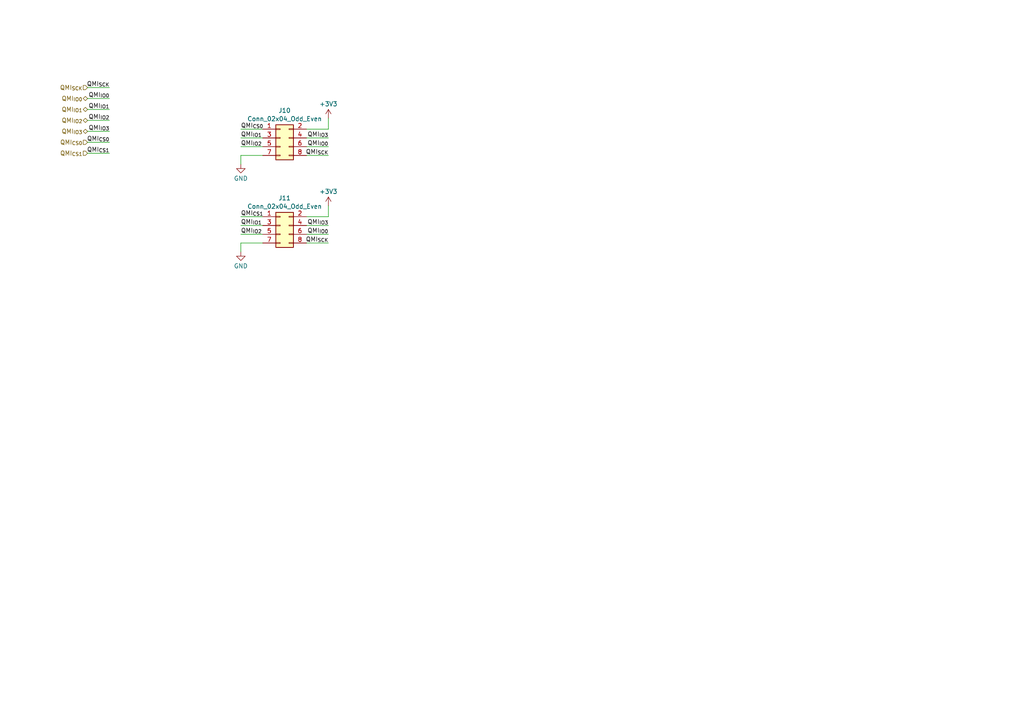
<source format=kicad_sch>
(kicad_sch (version 20230121) (generator eeschema)
  (paper "A4")
  (lib_symbols
    (symbol "Connector_Generic:Conn_02x04_Odd_Even" (pin_names (offset 1.016) hide)
      (property "Reference" "J" (at 1.27 5.08 0))
      (property "Value" "Conn_02x04_Odd_Even" (at 1.27 -7.62 0))
      (symbol "Conn_02x04_Odd_Even_1_1"
        (rectangle (start -1.27 -4.953) (end 0 -5.207) (stroke (width 0.1524)))
        (rectangle (start -1.27 -2.413) (end 0 -2.667) (stroke (width 0.1524)))
        (rectangle (start -1.27 0.127) (end 0 -0.127) (stroke (width 0.1524)))
        (rectangle (start -1.27 2.667) (end 0 2.413) (stroke (width 0.1524)))
        (rectangle (start -1.27 3.81) (end 3.81 -6.35) (stroke (width 0.254)) (fill (type background)))
        (rectangle (start 3.81 -4.953) (end 2.54 -5.207) (stroke (width 0.1524)))
        (rectangle (start 3.81 -2.413) (end 2.54 -2.667) (stroke (width 0.1524)))
        (rectangle (start 3.81 0.127) (end 2.54 -0.127) (stroke (width 0.1524)))
        (rectangle (start 3.81 2.667) (end 2.54 2.413) (stroke (width 0.1524)))
        (pin passive line (at -5.08 2.54 0) (length 3.81) (name "Pin_1") (number "1"))
        (pin passive line (at 7.62 2.54 180) (length 3.81) (name "Pin_2") (number "2"))
        (pin passive line (at -5.08 0 0) (length 3.81) (name "Pin_3") (number "3"))
        (pin passive line (at 7.62 0 180) (length 3.81) (name "Pin_4") (number "4"))
        (pin passive line (at -5.08 -2.54 0) (length 3.81) (name "Pin_5") (number "5"))
        (pin passive line (at 7.62 -2.54 180) (length 3.81) (name "Pin_6") (number "6"))
        (pin passive line (at -5.08 -5.08 0) (length 3.81) (name "Pin_7") (number "7"))
        (pin passive line (at 7.62 -5.08 180) (length 3.81) (name "Pin_8") (number "8"))
      )
    )
    (symbol "power:+3V3" (power) (pin_names (offset 0))
      (property "Value" "+3V3" (at 0 3.556 0))
      (symbol "+3V3_0_1"
        (polyline (pts (xy -0.762 1.27) (xy 0 2.54)))
        (polyline (pts (xy 0 0) (xy 0 2.54)))
        (polyline (pts (xy 0 2.54) (xy 0.762 1.27)))
      )
      (symbol "+3V3_1_1"
        (pin power_in line (at 0 0 90) (length 0) hide (name "+3V3") (number "1"))
      )
    )
    (symbol "power:GND" (power) (pin_names (offset 0))
      (property "Value" "GND" (at 0 -3.81 0))
      (symbol "GND_0_1"
        (polyline (pts (xy 0 0) (xy 0 -1.27) (xy 1.27 -1.27) (xy 0 -2.54) (xy -1.27 -1.27) (xy 0 -1.27)))
      )
      (symbol "GND_1_1"
        (pin power_in line (at 0 0 270) (length 0) hide (name "GND") (number "1"))
      )
    )
  )
  (wire (pts (xy 25.4 34.925) (xy 31.75 34.925)))
  (wire (pts (xy 88.9 42.545) (xy 95.25 42.545)))
  (wire (pts (xy 25.4 44.45) (xy 31.75 44.45)))
  (wire (pts (xy 88.9 70.485) (xy 95.25 70.485)))
  (wire (pts (xy 69.85 65.405) (xy 76.2 65.405)))
  (wire (pts (xy 69.85 45.085) (xy 76.2 45.085)))
  (wire (pts (xy 88.9 40.005) (xy 95.25 40.005)))
  (wire (pts (xy 69.85 62.865) (xy 76.2 62.865)))
  (wire (pts (xy 88.9 67.945) (xy 95.25 67.945)))
  (wire (pts (xy 25.4 28.575) (xy 31.75 28.575)))
  (wire (pts (xy 25.4 31.75) (xy 31.75 31.75)))
  (wire (pts (xy 69.85 70.485) (xy 76.2 70.485)))
  (wire (pts (xy 88.9 62.865) (xy 95.25 62.865)))
  (wire (pts (xy 88.9 65.405) (xy 95.25 65.405)))
  (wire (pts (xy 69.85 42.545) (xy 76.2 42.545)))
  (wire (pts (xy 88.9 45.085) (xy 95.25 45.085)))
  (wire (pts (xy 69.85 70.485) (xy 69.85 73.025)))
  (wire (pts (xy 69.85 37.465) (xy 76.2 37.465)))
  (wire (pts (xy 95.25 59.69) (xy 95.25 62.865)))
  (wire (pts (xy 69.85 40.005) (xy 76.2 40.005)))
  (wire (pts (xy 25.4 38.1) (xy 31.75 38.1)))
  (wire (pts (xy 25.4 25.4) (xy 31.75 25.4)))
  (wire (pts (xy 25.4 41.275) (xy 31.75 41.275)))
  (wire (pts (xy 69.85 67.945) (xy 76.2 67.945)))
  (wire (pts (xy 88.9 37.465) (xy 95.25 37.465)))
  (wire (pts (xy 69.85 45.085) (xy 69.85 47.625)))
  (wire (pts (xy 95.25 34.29) (xy 95.25 37.465)))
  (label "QMI_{IO2}" (at 69.85 67.945 0))
  (label "QMI_{IO1}" (at 69.85 40.005 0))
  (label "QMI_{IO0}" (at 31.75 28.575 180))
  (label "QMI_{IO3}" (at 95.25 40.005 180))
  (label "QMI_{IO0}" (at 95.25 67.945 180))
  (label "QMI_{IO2}" (at 69.85 42.545 0))
  (label "QMI_{IO2}" (at 31.75 34.925 180))
  (label "QMI_{SCK}" (at 31.75 25.4 180))
  (label "QMI_{SCK}" (at 95.25 45.085 180))
  (label "QMI_{CS1}" (at 69.85 62.865 0))
  (label "QMI_{SCK}" (at 95.25 70.485 180))
  (label "QMI_{IO0}" (at 95.25 42.545 180))
  (label "QMI_{IO3}" (at 95.25 65.405 180))
  (label "QMI_{CS1}" (at 31.75 44.45 180))
  (label "QMI_{CS0}" (at 69.85 37.465 0))
  (label "QMI_{IO1}" (at 69.85 65.405 0))
  (label "QMI_{IO3}" (at 31.75 38.1 180))
  (label "QMI_{IO1}" (at 31.75 31.75 180))
  (label "QMI_{CS0}" (at 31.75 41.275 180))
  (hierarchical_label "QMI_{CS1}" (shape input) (at 25.4 44.45 180))
  (hierarchical_label "QMI_{SCK}" (shape input) (at 25.4 25.4 180))
  (hierarchical_label "QMI_{IO3}" (shape bidirectional) (at 25.4 38.1 180))
  (hierarchical_label "QMI_{IO2}" (shape bidirectional) (at 25.4 34.925 180))
  (hierarchical_label "QMI_{IO0}" (shape bidirectional) (at 25.4 28.575 180))
  (hierarchical_label "QMI_{CS0}" (shape input) (at 25.4 41.275 180))
  (hierarchical_label "QMI_{IO1}" (shape bidirectional) (at 25.4 31.75 180))
  (symbol (lib_id "Connector_Generic:Conn_02x04_Odd_Even") (at 81.28 65.405 0) (unit 1)
    (property "Reference" "J11" (at 82.55 57.4507 0))
    (property "Value" "Conn_02x04_Odd_Even" (at 82.55 59.8749 0))
    (property "Footprint" "Connector_PinSocket_2.54mm:PinSocket_2x04_P2.54mm_Vertical" (effects hide))
  )
  (symbol (lib_id "Connector_Generic:Conn_02x04_Odd_Even") (at 81.28 40.005 0) (unit 1)
    (property "Reference" "J10" (at 82.55 32.0507 0))
    (property "Value" "Conn_02x04_Odd_Even" (at 82.55 34.4749 0))
    (property "Footprint" "Connector_PinSocket_2.54mm:PinSocket_2x04_P2.54mm_Vertical" (effects hide))
  )
  (symbol (lib_id "power:GND") (at 69.85 47.625 0) (unit 1)
    (property "Reference" "#PWR053" (effects hide))
    (property "Value" "GND" (at 69.85 51.7581 0))
  )
  (symbol (lib_id "power:+3V3") (at 95.25 34.29 0) (unit 1)
    (property "Reference" "#PWR052" (effects hide))
    (property "Value" "+3V3" (at 95.25 30.1569 0))
  )
  (symbol (lib_id "power:+3V3") (at 95.25 59.69 0) (unit 1)
    (property "Reference" "#PWR055" (effects hide))
    (property "Value" "+3V3" (at 95.25 55.5569 0))
  )
  (symbol (lib_id "power:GND") (at 69.85 73.025 0) (unit 1)
    (property "Reference" "#PWR054" (effects hide))
    (property "Value" "GND" (at 69.85 77.1581 0))
  )
)
</source>
